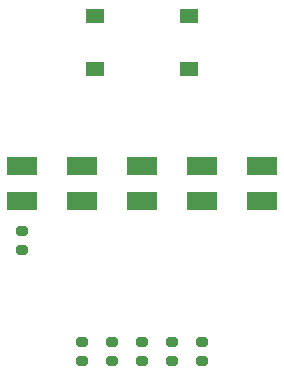
<source format=gbr>
%TF.GenerationSoftware,KiCad,Pcbnew,(7.0.0)*%
%TF.CreationDate,2023-03-09T19:39:30+01:00*%
%TF.ProjectId,JoystickAdapter,4a6f7973-7469-4636-9b41-646170746572,1.1*%
%TF.SameCoordinates,Original*%
%TF.FileFunction,Paste,Top*%
%TF.FilePolarity,Positive*%
%FSLAX46Y46*%
G04 Gerber Fmt 4.6, Leading zero omitted, Abs format (unit mm)*
G04 Created by KiCad (PCBNEW (7.0.0)) date 2023-03-09 19:39:30*
%MOMM*%
%LPD*%
G01*
G04 APERTURE LIST*
G04 Aperture macros list*
%AMRoundRect*
0 Rectangle with rounded corners*
0 $1 Rounding radius*
0 $2 $3 $4 $5 $6 $7 $8 $9 X,Y pos of 4 corners*
0 Add a 4 corners polygon primitive as box body*
4,1,4,$2,$3,$4,$5,$6,$7,$8,$9,$2,$3,0*
0 Add four circle primitives for the rounded corners*
1,1,$1+$1,$2,$3*
1,1,$1+$1,$4,$5*
1,1,$1+$1,$6,$7*
1,1,$1+$1,$8,$9*
0 Add four rect primitives between the rounded corners*
20,1,$1+$1,$2,$3,$4,$5,0*
20,1,$1+$1,$4,$5,$6,$7,0*
20,1,$1+$1,$6,$7,$8,$9,0*
20,1,$1+$1,$8,$9,$2,$3,0*%
G04 Aperture macros list end*
%ADD10RoundRect,0.200000X-0.275000X0.200000X-0.275000X-0.200000X0.275000X-0.200000X0.275000X0.200000X0*%
%ADD11R,2.600000X1.500000*%
%ADD12RoundRect,0.200000X0.275000X-0.200000X0.275000X0.200000X-0.275000X0.200000X-0.275000X-0.200000X0*%
%ADD13R,1.550000X1.300000*%
G04 APERTURE END LIST*
D10*
%TO.C,R28*%
X119380000Y-112459000D03*
X119380000Y-114109000D03*
%TD*%
D11*
%TO.C,D3*%
X116839999Y-100559999D03*
X116839999Y-97559999D03*
%TD*%
%TO.C,D2*%
X111759999Y-100559999D03*
X111759999Y-97559999D03*
%TD*%
%TO.C,D5*%
X126999999Y-100559999D03*
X126999999Y-97559999D03*
%TD*%
D12*
%TO.C,R1*%
X114300000Y-114109000D03*
X114300000Y-112459000D03*
%TD*%
D13*
%TO.C,SW1*%
X112864999Y-84871999D03*
X120814999Y-84871999D03*
X112864999Y-89371999D03*
X120814999Y-89371999D03*
%TD*%
D11*
%TO.C,D1*%
X106679999Y-100559999D03*
X106679999Y-97559999D03*
%TD*%
D12*
%TO.C,R2*%
X111760000Y-114109000D03*
X111760000Y-112459000D03*
%TD*%
D11*
%TO.C,D4*%
X121919999Y-100559999D03*
X121919999Y-97559999D03*
%TD*%
D10*
%TO.C,R6*%
X121920000Y-112459000D03*
X121920000Y-114109000D03*
%TD*%
D12*
%TO.C,R3*%
X106680000Y-104711000D03*
X106680000Y-103061000D03*
%TD*%
D10*
%TO.C,R27*%
X116840000Y-112459000D03*
X116840000Y-114109000D03*
%TD*%
M02*

</source>
